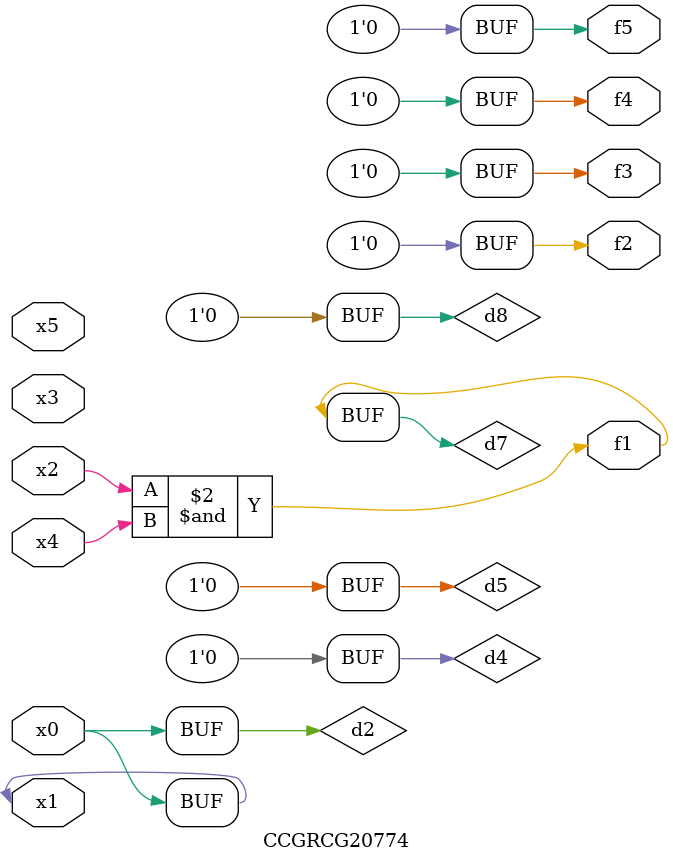
<source format=v>
module CCGRCG20774(
	input x0, x1, x2, x3, x4, x5,
	output f1, f2, f3, f4, f5
);

	wire d1, d2, d3, d4, d5, d6, d7, d8, d9;

	nand (d1, x1);
	buf (d2, x0, x1);
	nand (d3, x2, x4);
	and (d4, d1, d2);
	and (d5, d1, d2);
	nand (d6, d1, d3);
	not (d7, d3);
	xor (d8, d5);
	nor (d9, d5, d6);
	assign f1 = d7;
	assign f2 = d8;
	assign f3 = d8;
	assign f4 = d8;
	assign f5 = d8;
endmodule

</source>
